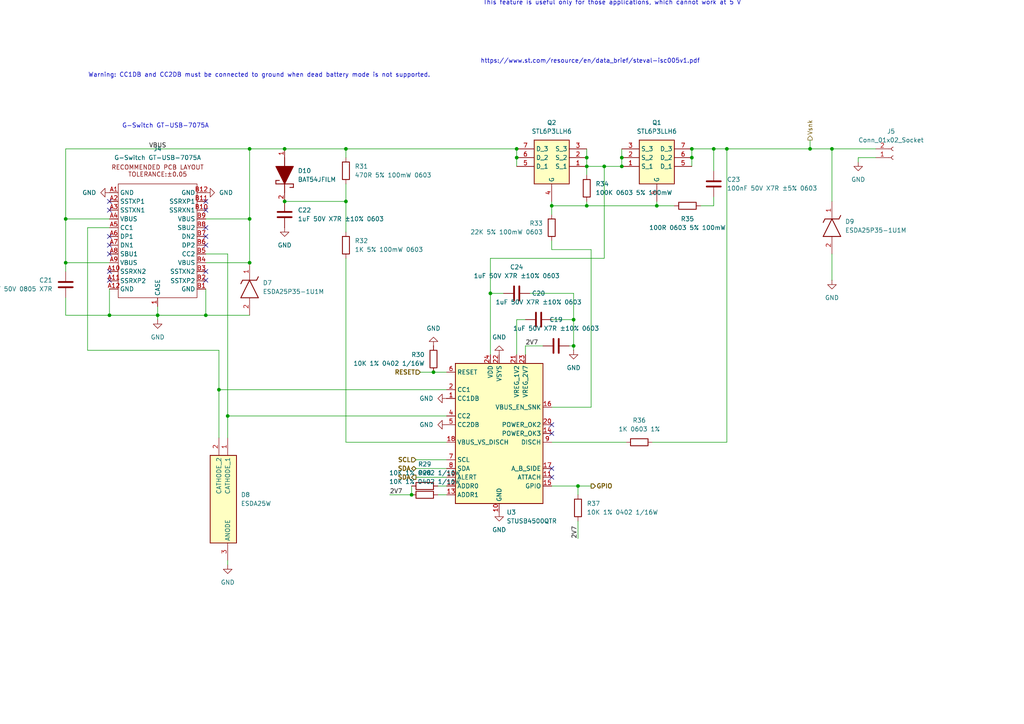
<source format=kicad_sch>
(kicad_sch (version 20250114) (generator "eeschema") (generator_version "9.0")
  (paper "A4")
  (lib_symbols
    (symbol "Connector:Conn_01x02_Socket" (pin_names (offset 1.016) (hide yes))
      (property "Reference" "J" (at 0 2.54 0))
      (property "Value" "Conn_01x02_Socket" (at 0 -5.08 0))
      (symbol "Conn_01x02_Socket_1_1"
        (polyline (pts (xy -1.27 0) (xy -0.508 0)) (stroke (width 0.1524)))
        (polyline (pts (xy -1.27 -2.54) (xy -0.508 -2.54)) (stroke (width 0.1524)))
        (arc (start 0 -0.508) (mid -0.5058 0) (end 0 0.508) (stroke (width 0.1524)))
        (arc (start 0 -3.048) (mid -0.5058 -2.54) (end 0 -2.032) (stroke (width 0.1524)))
        (pin passive line (at -5.08 0 0) (length 3.81) (name "Pin_1") (number "1"))
        (pin passive line (at -5.08 -2.54 0) (length 3.81) (name "Pin_2") (number "2"))
      )
    )
    (symbol "Device:C" (pin_numbers (hide yes)) (pin_names (offset 0.254))
      (property "Reference" "C" (at 0.635 2.54 0))
      (property "Value" "C" (at 0.635 -2.54 0))
      (symbol "C_0_1"
        (polyline (pts (xy -2.032 0.762) (xy 2.032 0.762)) (stroke (width 0.508)))
        (polyline (pts (xy -2.032 -0.762) (xy 2.032 -0.762)) (stroke (width 0.508)))
      )
      (symbol "C_1_1"
        (pin passive line (at 0 3.81 270) (length 2.794) (name "~") (number "1"))
        (pin passive line (at 0 -3.81 90) (length 2.794) (name "~") (number "2"))
      )
    )
    (symbol "Device:R" (pin_numbers (hide yes)) (pin_names (offset 0))
      (property "Reference" "R" (at 2.032 0 90))
      (property "Value" "R" (at 0 0 90))
      (symbol "R_0_1"
        (rectangle (start -1.016 -2.54) (end 1.016 2.54) (stroke (width 0.254)))
      )
      (symbol "R_1_1"
        (pin passive line (at 0 3.81 270) (length 1.27) (name "~") (number "1"))
        (pin passive line (at 0 -3.81 90) (length 1.27) (name "~") (number "2"))
      )
    )
    (symbol "Interface_USB:STUSB4500QTR"
      (property "Reference" "U" (at -12.7 21.59 0))
      (property "Value" "STUSB4500QTR" (at 8.89 -21.59 0))
      (symbol "STUSB4500QTR_0_1"
        (rectangle (start -12.7 20.32) (end 12.7 -20.32) (stroke (width 0.254)) (fill (type background)))
      )
      (symbol "STUSB4500QTR_1_1"
        (pin input line (at -15.24 17.78 0) (length 2.54) (name "RESET") (number "6"))
        (pin bidirectional line (at -15.24 12.7 0) (length 2.54) (name "CC1") (number "2"))
        (pin bidirectional line (at -15.24 10.16 0) (length 2.54) (name "CC1DB") (number "1"))
        (pin bidirectional line (at -15.24 5.08 0) (length 2.54) (name "CC2") (number "4"))
        (pin bidirectional line (at -15.24 2.54 0) (length 2.54) (name "CC2DB") (number "5"))
        (pin input line (at -15.24 -2.54 0) (length 2.54) (name "VBUS_VS_DISCH") (number "18"))
        (pin input line (at -15.24 -7.62 0) (length 2.54) (name "SCL") (number "7"))
        (pin bidirectional line (at -15.24 -10.16 0) (length 2.54) (name "SDA") (number "8"))
        (pin open_collector line (at -15.24 -12.7 0) (length 2.54) (name "ALERT") (number "19"))
        (pin input line (at -15.24 -15.24 0) (length 2.54) (name "ADDR0") (number "12"))
        (pin input line (at -15.24 -17.78 0) (length 2.54) (name "ADDR1") (number "13"))
        (pin no_connect line (at -12.7 15.24 0) (length 2.54) (hide yes) (name "NC") (number "3"))
        (pin power_in line (at -2.54 22.86 270) (length 2.54) (name "VDD") (number "24"))
        (pin power_in line (at 0 22.86 270) (length 2.54) (name "VSYS") (number "22"))
        (pin power_in line (at 0 -22.86 90) (length 2.54) (name "GND") (number "10"))
        (pin passive line (at 0 -22.86 90) (length 2.54) (hide yes) (name "GND") (number "25"))
        (pin power_out line (at 5.08 22.86 270) (length 2.54) (name "VREG_1V2") (number "21"))
        (pin power_out line (at 7.62 22.86 270) (length 2.54) (name "VREG_2V7") (number "23"))
        (pin open_collector line (at 15.24 7.62 180) (length 2.54) (name "VBUS_EN_SNK") (number "16"))
        (pin open_collector line (at 15.24 2.54 180) (length 2.54) (name "POWER_OK2") (number "20"))
        (pin open_collector line (at 15.24 0 180) (length 2.54) (name "POWER_OK3") (number "14"))
        (pin bidirectional line (at 15.24 -2.54 180) (length 2.54) (name "DISCH") (number "9"))
        (pin open_collector line (at 15.24 -10.16 180) (length 2.54) (name "A_B_SIDE") (number "17"))
        (pin open_collector line (at 15.24 -12.7 180) (length 2.54) (name "ATTACH") (number "11"))
        (pin open_collector line (at 15.24 -15.24 180) (length 2.54) (name "GPIO") (number "15"))
      )
    )
    (symbol "STL6P3LLH6_1"
      (property "Reference" "Q" (at 21.59 15.24 0))
      (property "Value" "STL6P3LLH6" (at 21.59 12.7 0))
      (symbol "STL6P3LLH6_1_1_1"
        (rectangle (start -5.08 5.08) (end 5.08 -7.62) (stroke (width 0.254)) (fill (type background)))
        (pin passive line (at -10.16 2.54 0) (length 5.08) (name "D_3") (number "7"))
        (pin passive line (at -10.16 0 0) (length 5.08) (name "D_2") (number "6"))
        (pin passive line (at -10.16 -2.54 0) (length 5.08) (name "D_1") (number "5"))
        (pin passive line (at 0 -12.7 90) (length 5.08) (name "G") (number "4"))
        (pin passive line (at 10.16 2.54 180) (length 5.08) (name "S_3") (number "3"))
        (pin passive line (at 10.16 0 180) (length 5.08) (name "S_2") (number "2"))
        (pin passive line (at 10.16 -2.54 180) (length 5.08) (name "S_1") (number "1"))
      )
    )
    (symbol "SamacSys_Parts:BAT54JFILM" (pin_names (hide yes))
      (property "Reference" "D" (at 12.7 8.89 0))
      (property "Value" "BAT54JFILM" (at 12.7 6.35 0))
      (symbol "BAT54JFILM_1_1"
        (polyline (pts (xy 5.08 0) (xy 7.62 0)) (stroke (width 0.254)))
        (polyline (pts (xy 6.604 -1.524) (xy 6.604 -2.54)) (stroke (width 0.254)))
        (polyline (pts (xy 7.62 2.54) (xy 7.62 -2.54)) (stroke (width 0.254)))
        (polyline (pts (xy 7.62 2.54) (xy 8.636 2.54)) (stroke (width 0.254)))
        (polyline (pts (xy 7.62 0) (xy 12.7 2.54) (xy 12.7 -2.54) (xy 7.62 0)) (stroke (width 0.254)) (fill (type outline)))
        (polyline (pts (xy 7.62 -2.54) (xy 6.604 -2.54)) (stroke (width 0.254)))
        (polyline (pts (xy 8.636 1.524) (xy 8.636 2.54)) (stroke (width 0.254)))
        (polyline (pts (xy 12.7 0) (xy 15.24 0)) (stroke (width 0.254)))
        (pin passive line (at 2.54 0 0) (length 2.54) (name "K") (number "2"))
        (pin passive line (at 17.78 0 180) (length 2.54) (name "A") (number "1"))
      )
    )
    (symbol "SamacSys_Parts:ESDA25P35-1U1M" (pin_names (hide yes))
      (property "Reference" "D" (at 10.16 8.89 0))
      (property "Value" "ESDA25P35-1U1M" (at 10.16 6.35 0))
      (symbol "ESDA25P35-1U1M_1_1"
        (polyline (pts (xy 4.064 2.54) (xy 5.08 2.032)) (stroke (width 0.254)))
        (polyline (pts (xy 5.08 0) (xy 10.16 2.54)) (stroke (width 0.254)))
        (polyline (pts (xy 5.08 -2.032) (xy 5.08 2.032)) (stroke (width 0.254)))
        (polyline (pts (xy 5.08 -2.032) (xy 6.096 -2.54)) (stroke (width 0.254)))
        (polyline (pts (xy 10.16 -2.54) (xy 5.08 0)) (stroke (width 0.254)))
        (polyline (pts (xy 10.16 -2.54) (xy 10.16 2.54)) (stroke (width 0.254)))
        (pin passive line (at 0 0 0) (length 5.08) (name "K") (number "1"))
        (pin passive line (at 15.24 0 180) (length 5.08) (name "A") (number "2"))
      )
    )
    (symbol "SamacSys_Parts:ESDA25W"
      (property "Reference" "D" (at 31.75 7.62 0))
      (property "Value" "ESDA25W" (at 31.75 5.08 0))
      (symbol "ESDA25W_1_1"
        (rectangle (start 5.08 2.54) (end 30.48 -5.08) (stroke (width 0.254)) (fill (type background)))
        (pin passive line (at 0 0 0) (length 5.08) (name "CATHODE_1") (number "1"))
        (pin passive line (at 0 -2.54 0) (length 5.08) (name "CATHODE_2") (number "2"))
        (pin passive line (at 35.56 0 180) (length 5.08) (name "ANODE") (number "3"))
      )
    )
    (symbol "USB_C:G-Switch_GT-USB-7075A"
      (property "Reference" "J" (at 0 0 0))
      (symbol "G-Switch_GT-USB-7075A_0_1"
        (rectangle (start -11.43 16.51) (end 11.43 -16.51))
      )
      (symbol "G-Switch_GT-USB-7075A_1_1"
        (text "RECOMMENDED PCB LAYOUT\nTOLERANCE:±0.05" (at 0 20.32 0) (effects (font (size 1.27 1.27))))
        (pin input line (at -13.97 13.97 0) (length 2.54) (name "GND") (number "A1"))
        (pin input line (at -13.97 11.43 0) (length 2.54) (name "SSTXP1") (number "A2"))
        (pin input line (at -13.97 8.89 0) (length 2.54) (name "SSTXN1") (number "A3"))
        (pin input line (at -13.97 6.35 0) (length 2.54) (name "VBUS") (number "A4"))
        (pin input line (at -13.97 3.81 0) (length 2.54) (name "CC1") (number "A5"))
        (pin input line (at -13.97 1.27 0) (length 2.54) (name "DP1") (number "A6"))
        (pin input line (at -13.97 -1.27 0) (length 2.54) (name "DN1") (number "A7"))
        (pin input line (at -13.97 -3.81 0) (length 2.54) (name "SBU1") (number "A8"))
        (pin input line (at -13.97 -6.35 0) (length 2.54) (name "VBUS") (number "A9"))
        (pin input line (at -13.97 -8.89 0) (length 2.54) (name "SSRXN2") (number "A10"))
        (pin input line (at -13.97 -11.6029 0) (length 2.54) (name "SSRXP2") (number "A11"))
        (pin input line (at -13.97 -13.97 0) (length 2.54) (name "GND") (number "A12"))
        (pin input line (at 0 -19.05 90) (length 2.54) (name "CASE") (number "1"))
        (pin input line (at 13.97 13.97 180) (length 2.54) (name "GND") (number "B12"))
        (pin input line (at 13.97 11.43 180) (length 2.54) (name "SSRXP1") (number "B11"))
        (pin input line (at 13.97 8.89 180) (length 2.54) (name "SSRXN1") (number "B10"))
        (pin input line (at 13.97 6.35 180) (length 2.54) (name "VBUS") (number "B9"))
        (pin input line (at 13.97 3.81 180) (length 2.54) (name "SBU2") (number "B8"))
        (pin input line (at 13.97 1.27 180) (length 2.54) (name "DN2") (number "B7"))
        (pin input line (at 13.97 -1.27 180) (length 2.54) (name "DP2") (number "B6"))
        (pin input line (at 13.97 -3.81 180) (length 2.54) (name "CC2") (number "B5"))
        (pin input line (at 13.97 -6.35 180) (length 2.54) (name "VBUS") (number "B4"))
        (pin input line (at 13.97 -8.89 180) (length 2.54) (name "SSTXN2") (number "B3"))
        (pin input line (at 13.97 -11.6029 180) (length 2.54) (name "SSTXP2") (number "B2"))
        (pin input line (at 13.97 -13.97 180) (length 2.54) (name "GND") (number "B1"))
      )
    )
    (symbol "power:GND" (power) (pin_numbers (hide yes)) (pin_names (offset 0) (hide yes))
      (property "Value" "GND" (at 0 -3.81 0))
      (symbol "GND_0_1"
        (polyline (pts (xy 0 0) (xy 0 -1.27) (xy 1.27 -1.27) (xy 0 -2.54) (xy -1.27 -1.27) (xy 0 -1.27)))
      )
      (symbol "GND_1_1"
        (pin power_in line (at 0 0 270) (length 0) (name "~") (number "1"))
      )
    )
  )
  (text "https://www.st.com/resource/en/data_brief/steval-isc005v1.pdf" (at 171.196 17.78 0) (effects (font (size 1.27 1.27))))
  (text "Warning: CC1DB and CC2DB must be connected to ground when dead battery mode is not supported." (at 75.184 21.844 0) (effects (font (size 1.27 1.27))))
  (text "Powering a system under high charging profile only\nThe STUSB4500 can be configured to allow the VBUS power path to be enabled by VBUS_EN_SNK pin only\nwhen a high power charging profile above 5 V has been negotiated (PDO2 or PDO3) with the source (see\nSection 3.3 Auto-run mode).\nThis feature can be turned on thanks to NVM bit POWER_ONLY_ABOVE_5V (see Section 5 Start-up\nconfiguration). When the bit value is set to logic level high, the VBUS_EN_SNK pin is asserted only when a\nPDO2 or PDO3 explicit contract is established with the source (see Section 2.2.10 VBUS_EN_SNK).\nIn case of mismatch, the VBUS power path remains open while the source provides 5 V on the USB Type-C\nreceptacle. The source and the sink stay electrically connected through the CC pins. Thus, when the source is\nable later to provide power capabilities corresponding to those expected by the sink, a new negotiation is again\npossible upon the source request. If the PDO negotiation succeeds, the VBUS_EN_SNK pin is asserted, which\nallows the system to be powered at the negotiated PDO profile.\nThis feature is useful only for those applications, which cannot work at 5 V" (at 177.546 -11.43 0) (effects (font (size 1.27 1.27))))
  (text "G-Switch GT-USB-7075A" (at 48.006 36.576 0) (effects (font (size 1.27 1.27))))
  (junction (at 200.66 43.18))
  (junction (at 166.37 100.33))
  (junction (at 149.86 43.18))
  (junction (at 241.3 43.18))
  (junction (at 59.69 91.44))
  (junction (at 207.01 43.18))
  (junction (at 142.24 85.09))
  (junction (at 167.64 140.97))
  (junction (at 170.18 59.69))
  (junction (at 100.33 58.42))
  (junction (at 170.18 48.26))
  (junction (at 72.39 43.18))
  (junction (at 180.34 48.26))
  (junction (at 190.5 59.69))
  (junction (at 200.66 45.72))
  (junction (at 234.95 43.18))
  (junction (at 19.05 63.5))
  (junction (at 149.86 45.72))
  (junction (at 31.75 91.44))
  (junction (at 19.05 76.2))
  (junction (at 166.37 92.71))
  (junction (at 72.39 63.5))
  (junction (at 210.82 43.18))
  (junction (at 82.55 58.42))
  (junction (at 63.5 113.03))
  (junction (at 72.39 76.2))
  (junction (at 170.18 45.72))
  (junction (at 45.72 91.44))
  (junction (at 160.02 59.69))
  (junction (at 66.04 120.65))
  (junction (at 119.38 143.51))
  (junction (at 180.34 45.72))
  (junction (at 175.26 48.26))
  (junction (at 82.55 43.18))
  (junction (at 125.73 107.95))
  (junction (at 100.33 43.18))
  (no_connect (at 59.69 58.42))
  (no_connect (at 59.69 81.28))
  (no_connect (at 31.75 58.42))
  (no_connect (at 160.02 125.73))
  (no_connect (at 31.75 68.58))
  (no_connect (at 160.02 123.19))
  (no_connect (at 59.69 66.04))
  (no_connect (at 160.02 138.43))
  (no_connect (at 59.69 71.12))
  (no_connect (at 31.75 60.96))
  (no_connect (at 59.69 68.58))
  (no_connect (at 31.75 73.66))
  (no_connect (at 31.75 71.12))
  (no_connect (at 160.02 135.89))
  (no_connect (at 31.75 81.28))
  (no_connect (at 31.75 78.74))
  (no_connect (at 59.69 60.96))
  (no_connect (at 59.69 78.74))
  (wire (pts (xy 127 140.97) (xy 129.54 140.97)))
  (wire (pts (xy 120.65 138.43) (xy 129.54 138.43)))
  (wire (pts (xy 166.37 101.6) (xy 166.37 100.33)))
  (wire (pts (xy 160.02 118.11) (xy 171.45 118.11)))
  (wire (pts (xy 175.26 48.26) (xy 170.18 48.26)))
  (wire (pts (xy 45.72 91.44) (xy 31.75 91.44)))
  (wire (pts (xy 63.5 127) (xy 63.5 113.03)))
  (wire (pts (xy 200.66 43.18) (xy 207.01 43.18)))
  (wire (pts (xy 200.66 45.72) (xy 200.66 48.26)))
  (wire (pts (xy 125.73 107.95) (xy 129.54 107.95)))
  (wire (pts (xy 175.26 74.93) (xy 142.24 74.93)))
  (wire (pts (xy 170.18 59.69) (xy 160.02 59.69)))
  (wire (pts (xy 113.03 143.51) (xy 119.38 143.51)))
  (wire (pts (xy 100.33 128.27) (xy 100.33 74.93)))
  (wire (pts (xy 207.01 59.69) (xy 203.2 59.69)))
  (wire (pts (xy 66.04 73.66) (xy 59.69 73.66)))
  (wire (pts (xy 175.26 48.26) (xy 180.34 48.26)))
  (wire (pts (xy 166.37 100.33) (xy 165.1 100.33)))
  (wire (pts (xy 190.5 59.69) (xy 190.5 58.42)))
  (wire (pts (xy 72.39 43.18) (xy 82.55 43.18)))
  (wire (pts (xy 170.18 58.42) (xy 170.18 59.69)))
  (wire (pts (xy 171.45 72.39) (xy 160.02 72.39)))
  (wire (pts (xy 63.5 101.6) (xy 63.5 113.03)))
  (wire (pts (xy 120.65 133.35) (xy 129.54 133.35)))
  (wire (pts (xy 59.69 91.44) (xy 45.72 91.44)))
  (wire (pts (xy 72.39 63.5) (xy 72.39 76.2)))
  (wire (pts (xy 241.3 81.28) (xy 241.3 73.66)))
  (wire (pts (xy 180.34 43.18) (xy 180.34 45.72)))
  (wire (pts (xy 120.65 135.89) (xy 129.54 135.89)))
  (wire (pts (xy 72.39 43.18) (xy 72.39 63.5)))
  (wire (pts (xy 171.45 118.11) (xy 171.45 72.39)))
  (wire (pts (xy 207.01 43.18) (xy 207.01 49.53)))
  (wire (pts (xy 129.54 128.27) (xy 100.33 128.27)))
  (wire (pts (xy 160.02 92.71) (xy 166.37 92.71)))
  (wire (pts (xy 200.66 43.18) (xy 200.66 45.72)))
  (wire (pts (xy 59.69 76.2) (xy 72.39 76.2)))
  (wire (pts (xy 175.26 48.26) (xy 175.26 74.93)))
  (wire (pts (xy 31.75 83.82) (xy 31.75 91.44)))
  (wire (pts (xy 45.72 92.71) (xy 45.72 91.44)))
  (wire (pts (xy 180.34 45.72) (xy 180.34 48.26)))
  (wire (pts (xy 149.86 48.26) (xy 149.86 45.72)))
  (wire (pts (xy 63.5 101.6) (xy 25.4 101.6)))
  (wire (pts (xy 25.4 66.04) (xy 31.75 66.04)))
  (wire (pts (xy 241.3 43.18) (xy 254 43.18)))
  (wire (pts (xy 160.02 62.23) (xy 160.02 59.69)))
  (wire (pts (xy 248.92 45.72) (xy 254 45.72)))
  (wire (pts (xy 152.4 100.33) (xy 157.48 100.33)))
  (wire (pts (xy 66.04 127) (xy 66.04 120.65)))
  (wire (pts (xy 25.4 101.6) (xy 25.4 66.04)))
  (wire (pts (xy 59.69 91.44) (xy 72.39 91.44)))
  (wire (pts (xy 160.02 128.27) (xy 181.61 128.27)))
  (wire (pts (xy 207.01 57.15) (xy 207.01 59.69)))
  (wire (pts (xy 170.18 48.26) (xy 170.18 50.8)))
  (wire (pts (xy 100.33 43.18) (xy 149.86 43.18)))
  (wire (pts (xy 248.92 46.99) (xy 248.92 45.72)))
  (wire (pts (xy 119.38 140.97) (xy 119.38 143.51)))
  (wire (pts (xy 142.24 85.09) (xy 146.05 85.09)))
  (wire (pts (xy 82.55 43.18) (xy 100.33 43.18)))
  (wire (pts (xy 241.3 58.42) (xy 241.3 43.18)))
  (wire (pts (xy 149.86 92.71) (xy 152.4 92.71)))
  (wire (pts (xy 19.05 43.18) (xy 19.05 63.5)))
  (wire (pts (xy 19.05 91.44) (xy 31.75 91.44)))
  (wire (pts (xy 19.05 86.36) (xy 19.05 91.44)))
  (wire (pts (xy 45.72 91.44) (xy 45.72 88.9)))
  (wire (pts (xy 100.33 53.34) (xy 100.33 58.42)))
  (wire (pts (xy 160.02 58.42) (xy 160.02 59.69)))
  (wire (pts (xy 234.95 43.18) (xy 241.3 43.18)))
  (wire (pts (xy 166.37 85.09) (xy 153.67 85.09)))
  (wire (pts (xy 142.24 74.93) (xy 142.24 85.09)))
  (wire (pts (xy 66.04 163.83) (xy 66.04 162.56)))
  (wire (pts (xy 31.75 63.5) (xy 19.05 63.5)))
  (wire (pts (xy 170.18 45.72) (xy 170.18 48.26)))
  (wire (pts (xy 59.69 63.5) (xy 72.39 63.5)))
  (wire (pts (xy 59.69 83.82) (xy 59.69 91.44)))
  (wire (pts (xy 100.33 67.31) (xy 100.33 58.42)))
  (wire (pts (xy 19.05 76.2) (xy 19.05 78.74)))
  (wire (pts (xy 19.05 43.18) (xy 72.39 43.18)))
  (wire (pts (xy 190.5 59.69) (xy 195.58 59.69)))
  (wire (pts (xy 149.86 45.72) (xy 149.86 43.18)))
  (wire (pts (xy 167.64 140.97) (xy 171.45 140.97)))
  (wire (pts (xy 129.54 120.65) (xy 66.04 120.65)))
  (wire (pts (xy 121.92 107.95) (xy 125.73 107.95)))
  (wire (pts (xy 166.37 85.09) (xy 166.37 92.71)))
  (wire (pts (xy 207.01 43.18) (xy 210.82 43.18)))
  (wire (pts (xy 210.82 43.18) (xy 234.95 43.18)))
  (wire (pts (xy 160.02 140.97) (xy 167.64 140.97)))
  (wire (pts (xy 142.24 85.09) (xy 142.24 102.87)))
  (wire (pts (xy 234.95 40.64) (xy 234.95 43.18)))
  (wire (pts (xy 170.18 59.69) (xy 190.5 59.69)))
  (wire (pts (xy 19.05 63.5) (xy 19.05 76.2)))
  (wire (pts (xy 210.82 128.27) (xy 210.82 43.18)))
  (wire (pts (xy 31.75 76.2) (xy 19.05 76.2)))
  (wire (pts (xy 149.86 102.87) (xy 149.86 92.71)))
  (wire (pts (xy 82.55 58.42) (xy 100.33 58.42)))
  (wire (pts (xy 129.54 113.03) (xy 63.5 113.03)))
  (wire (pts (xy 66.04 73.66) (xy 66.04 120.65)))
  (wire (pts (xy 170.18 43.18) (xy 170.18 45.72)))
  (wire (pts (xy 167.64 151.13) (xy 167.64 156.21)))
  (wire (pts (xy 152.4 100.33) (xy 152.4 102.87)))
  (wire (pts (xy 100.33 43.18) (xy 100.33 45.72)))
  (wire (pts (xy 167.64 143.51) (xy 167.64 140.97)))
  (wire (pts (xy 189.23 128.27) (xy 210.82 128.27)))
  (wire (pts (xy 160.02 72.39) (xy 160.02 69.85)))
  (wire (pts (xy 127 143.51) (xy 129.54 143.51)))
  (wire (pts (xy 166.37 92.71) (xy 166.37 100.33)))
  (label "2V7" (at 113.03 143.51 0) (effects (font (thickness 0.1588))))
  (label "2V7" (at 152.4 100.33 0) (effects (font (thickness 0.1588))))
  (label "VBUS" (at 43.18 43.18 0) (effects (font (thickness 0.1588))))
  (label "2V7" (at 167.64 156.21 90) (effects (font (thickness 0.1588))))
  (hierarchical_label "SCL" (shape input) (at 120.65 133.35 180) (effects (font (thickness 0.254) (bold yes))))
  (hierarchical_label "SDA" (shape bidirectional) (at 120.65 135.89 180) (effects (font (thickness 0.254) (bold yes))))
  (hierarchical_label "GPIO" (shape output) (at 171.45 140.97 0) (effects (font (thickness 0.254) (bold yes))))
  (hierarchical_label "RESET" (shape input) (at 121.92 107.95 180) (effects (font (thickness 0.254) (bold yes))))
  (hierarchical_label "SDA" (shape output) (at 120.65 138.43 180) (effects (font (thickness 0.254) (bold yes))))
  (hierarchical_label "Vsnk" (shape output) (at 234.95 40.64 90))
  (symbol (lib_id "Interface_USB:STUSB4500QTR") (at 144.78 125.73 0) (unit 1)
    (property "Reference" "U3" (at 146.9233 148.59 0) (effects (justify left)))
    (property "Value" "STUSB4500QTR" (at 146.9233 151.13 0) (effects (justify left)))
    (property "Footprint" "Package_DFN_QFN:QFN-24-1EP_4x4mm_P0.5mm_EP2.7x2.7mm" (effects (hide yes)))
    (property "Datasheet" "https://www.st.com/resource/en/datasheet/stusb4500.pdf" (effects (hide yes)))
    (property "Description" "Stand-alone USB PD controller (with sink Auto-run mode), QFN-24" (effects (hide yes)))
  )
  (symbol (lib_id "Device:C") (at 149.86 85.09 270) (unit 1)
    (property "Reference" "C24" (at 149.86 77.47 90))
    (property "Value" "1uF 50V X7R ±10% 0603" (at 149.86 80.01 90))
    (property "Footprint" "Capacitor_SMD:C_0603_1608Metric_Pad1.08x0.95mm_HandSolder" (effects (hide yes)))
    (property "Description" "Unpolarized capacitor" (effects (hide yes)))
    (property "MPN" "CC0603KRX7R9BB105" (effects (hide yes)))
    (property "Manifacturer" "YAGEO" (effects (hide yes)))
  )
  (symbol (lib_id "power:GND") (at 82.55 66.04 0) (unit 1)
    (property "Reference" "#PWR069" (effects (hide yes)))
    (property "Value" "GND" (at 82.55 71.12 0))
    (property "Description" "Power symbol creates a global label with name \"GND\" , ground" (effects (hide yes)))
  )
  (symbol (lib_id "Device:R") (at 170.18 54.61 0) (unit 1)
    (property "Reference" "R34" (at 172.72 53.3399 0) (effects (justify left)))
    (property "Value" "100K 0603 5% 100mW" (at 172.72 55.8799 0) (effects (justify left)))
    (property "Description" "Resistor" (effects (hide yes)))
    (property "MPN" "RC0603JR-07100KL" (effects (hide yes)))
    (property "Manufacturer" "YAGEO" (effects (hide yes)))
  )
  (symbol (lib_id "Device:R") (at 167.64 147.32 0) (unit 1)
    (property "Reference" "R37" (at 170.18 146.0499 0) (effects (justify left)))
    (property "Value" "10K 1% 0402 1/16W" (at 170.18 148.5899 0) (effects (justify left)))
    (property "Footprint" "Resistor_SMD:R_0402_1005Metric_Pad0.72x0.64mm_HandSolder" (effects (hide yes)))
    (property "Description" "Resistor" (effects (hide yes)))
    (property "MPN" "RC0402FR-0710KL" (effects (hide yes)))
    (property "Manufacturer" "YAGEO" (effects (hide yes)))
  )
  (symbol (lib_id "power:GND") (at 31.75 55.88 270) (unit 1)
    (property "Reference" "#PWR066" (effects (hide yes)))
    (property "Value" "GND" (at 27.94 55.8799 90) (effects (justify right)))
    (property "Description" "Power symbol creates a global label with name \"GND\" , ground" (effects (hide yes)))
  )
  (symbol (lib_id "power:GND") (at 248.92 46.99 0) (unit 1)
    (property "Reference" "#PWR065" (effects (hide yes)))
    (property "Value" "GND" (at 248.92 52.07 0))
    (property "Description" "Power symbol creates a global label with name \"GND\" , ground" (effects (hide yes)))
  )
  (symbol (lib_id "Device:C") (at 19.05 82.55 0) (unit 1)
    (property "Reference" "C21" (at 15.24 81.2799 0) (effects (justify right)))
    (property "Value" "4u7 50V 0805 X7R" (at 15.24 83.8199 0) (effects (justify right)))
    (property "Footprint" "Capacitor_SMD:C_0805_2012Metric_Pad1.18x1.45mm_HandSolder" (effects (hide yes)))
    (property "Description" "Unpolarized capacitor" (effects (hide yes)))
    (property "MPN" "muRata" (effects (hide yes)))
    (property "Manufacturer" "GRM21BZ71H475KE15L" (effects (hide yes)))
  )
  (symbol (lib_name "STL6P3LLH6_1") (lib_id "SamacSys_Parts:STL6P3LLH6") (at 190.5 45.72 0) (mirror y) (unit 1)
    (property "Reference" "Q1" (at 190.5 35.56 0))
    (property "Value" "STL6P3LLH6" (at 190.5 38.1 0))
    (property "Footprint" "STL8N10F7" (effects (hide yes)))
    (property "Datasheet" "https://www.st.com/resource/en/datasheet/stl6p3llh6.pdf" (effects (hide yes)))
    (property "Description" "MOSFET P-channel 30 V, 0.024 Ohm typ., 6 A STripFET H6 Power MOSFET in a PowerFLAT 3.3 x 3.3 package" (effects (hide yes)))
    (property "Height" "0.9" (effects (hide yes)))
    (property "Manufacturer_Name" "STMicroelectronics" (effects (hide yes)))
    (property "Manufacturer_Part_Number" "STL6P3LLH6" (effects (hide yes)))
    (property "Mouser Part Number" "511-STL6P3LLH6" (effects (hide yes)))
    (property "Mouser Price/Stock" "https://www.mouser.co.uk/ProductDetail/STMicroelectronics/STL6P3LLH6?qs=DqCdCwOw4%2F6Sn4l3cEaG7Q%3D%3D" (effects (hide yes)))
    (property "Arrow Part Number" "STL6P3LLH6" (effects (hide yes)))
    (property "Arrow Price/Stock" "https://www.arrow.com/en/products/stl6p3llh6/stmicroelectronics?utm_currency=USD&region=nac" (effects (hide yes)))
  )
  (symbol (lib_id "power:GND") (at 125.73 100.33 180) (unit 1)
    (property "Reference" "#PWR062" (effects (hide yes)))
    (property "Value" "GND" (at 125.73 95.25 0))
    (property "Description" "Power symbol creates a global label with name \"GND\" , ground" (effects (hide yes)))
  )
  (symbol (lib_id "USB_C:G-Switch_GT-USB-7075A") (at 45.72 69.85 0) (unit 1)
    (property "Reference" "J4" (at 45.72 43.18 0))
    (property "Value" "G-Switch GT-USB-7075A" (at 45.72 45.72 0))
    (property "Footprint" "USB_C:G-Switch GT-USB-7075A" (effects (hide yes)))
  )
  (symbol (lib_id "Device:R") (at 123.19 143.51 270) (unit 1)
    (property "Reference" "R28" (at 123.19 137.16 90))
    (property "Value" "10K 1% 0402 1/16W" (at 123.19 139.7 90))
    (property "Footprint" "Resistor_SMD:R_0402_1005Metric_Pad0.72x0.64mm_HandSolder" (effects (hide yes)))
    (property "Description" "Resistor" (effects (hide yes)))
    (property "MPN" "RC0402FR-0710KL" (effects (hide yes)))
    (property "Manufacturer" "YAGEO" (effects (hide yes)))
  )
  (symbol (lib_id "Device:C") (at 161.29 100.33 270) (unit 1)
    (property "Reference" "C19" (at 161.29 92.71 90))
    (property "Value" "1uF 50V X7R ±10% 0603" (at 161.29 95.25 90))
    (property "Footprint" "Capacitor_SMD:C_0603_1608Metric_Pad1.08x0.95mm_HandSolder" (effects (hide yes)))
    (property "Description" "Unpolarized capacitor" (effects (hide yes)))
    (property "MPN" "CC0603KRX7R9BB105" (effects (hide yes)))
    (property "Manifacturer" "YAGEO" (effects (hide yes)))
  )
  (symbol (lib_id "power:GND") (at 241.3 81.28 0) (unit 1)
    (property "Reference" "#PWR068" (effects (hide yes)))
    (property "Value" "GND" (at 241.3 86.36 0))
    (property "Description" "Power symbol creates a global label with name \"GND\" , ground" (effects (hide yes)))
  )
  (symbol (lib_id "Device:C") (at 156.21 92.71 270) (unit 1)
    (property "Reference" "C20" (at 156.21 85.09 90))
    (property "Value" "1uF 50V X7R ±10% 0603" (at 156.21 87.63 90))
    (property "Footprint" "Capacitor_SMD:C_0603_1608Metric_Pad1.08x0.95mm_HandSolder" (effects (hide yes)))
    (property "Description" "Unpolarized capacitor" (effects (hide yes)))
    (property "MPN" "CC0603KRX7R9BB105" (effects (hide yes)))
    (property "Manifacturer" "YAGEO" (effects (hide yes)))
  )
  (symbol (lib_name "STL6P3LLH6_1") (lib_id "SamacSys_Parts:STL6P3LLH6") (at 160.02 45.72 0) (unit 1)
    (property "Reference" "Q2" (at 160.02 35.56 0))
    (property "Value" "STL6P3LLH6" (at 160.02 38.1 0))
    (property "Footprint" "STL8N10F7" (effects (hide yes)))
    (property "Datasheet" "https://www.st.com/resource/en/datasheet/stl6p3llh6.pdf" (effects (hide yes)))
    (property "Description" "MOSFET P-channel 30 V, 0.024 Ohm typ., 6 A STripFET H6 Power MOSFET in a PowerFLAT 3.3 x 3.3 package" (effects (hide yes)))
    (property "Height" "0.9" (effects (hide yes)))
    (property "Manufacturer_Name" "STMicroelectronics" (effects (hide yes)))
    (property "Manufacturer_Part_Number" "STL6P3LLH6" (effects (hide yes)))
    (property "Mouser Part Number" "511-STL6P3LLH6" (effects (hide yes)))
    (property "Mouser Price/Stock" "https://www.mouser.co.uk/ProductDetail/STMicroelectronics/STL6P3LLH6?qs=DqCdCwOw4%2F6Sn4l3cEaG7Q%3D%3D" (effects (hide yes)))
    (property "Arrow Part Number" "STL6P3LLH6" (effects (hide yes)))
    (property "Arrow Price/Stock" "https://www.arrow.com/en/products/stl6p3llh6/stmicroelectronics?utm_currency=USD&region=nac" (effects (hide yes)))
  )
  (symbol (lib_id "SamacSys_Parts:ESDA25P35-1U1M") (at 72.39 76.2 270) (unit 1)
    (property "Reference" "D7" (at 76.2 82.0419 90) (effects (justify left)))
    (property "Value" "ESDA25P35-1U1M" (at 76.2 84.5819 90) (effects (justify left)))
    (property "Footprint" "SamacSys_Parts:ESDA25P351U1M" (effects (hide yes)))
    (property "Datasheet" "https://www.st.com/resource/en/datasheet/esda20p50-1u1m.pdf" (effects (hide yes)))
    (property "Description" "STMicroelectronics ESDA25P35-1U1M, Uni-Directional TVS Diode, 1400W, 2-Pin QFN" (effects (hide yes)))
    (property "Height" "0.6" (effects (hide yes)))
    (property "Manufacturer_Name" "STMicroelectronics" (effects (hide yes)))
    (property "Manufacturer_Part_Number" "ESDA25P35-1U1M" (effects (hide yes)))
    (property "Mouser Part Number" "511-ESDA25P35-1U1M" (effects (hide yes)))
    (property "Mouser Price/Stock" "https://www.mouser.co.uk/ProductDetail/STMicroelectronics/ESDA25P35-1U1M?qs=aVyJF2WnouQUWqgNP85ZrA%3D%3D" (effects (hide yes)))
    (property "Arrow Part Number" "ESDA25P35-1U1M" (effects (hide yes)))
    (property "Arrow Price/Stock" "https://www.arrow.com/en/products/esda25p35-1u1m/stmicroelectronics?utm_currency=USD&region=europe" (effects (hide yes)))
  )
  (symbol (lib_id "power:GND") (at 45.72 92.71 0) (unit 1)
    (property "Reference" "#PWR067" (effects (hide yes)))
    (property "Value" "GND" (at 45.72 97.79 0))
    (property "Description" "Power symbol creates a global label with name \"GND\" , ground" (effects (hide yes)))
  )
  (symbol (lib_id "power:GND") (at 144.78 148.59 0) (unit 1)
    (property "Reference" "#PWR057" (effects (hide yes)))
    (property "Value" "GND" (at 144.78 153.67 0))
    (property "Description" "Power symbol creates a global label with name \"GND\" , ground" (effects (hide yes)))
  )
  (symbol (lib_id "Device:C") (at 82.55 62.23 180) (unit 1)
    (property "Reference" "C22" (at 86.36 60.9599 0) (effects (justify right)))
    (property "Value" "1uF 50V X7R ±10% 0603" (at 86.36 63.4999 0) (effects (justify right)))
    (property "Footprint" "Capacitor_SMD:C_0603_1608Metric_Pad1.08x0.95mm_HandSolder" (effects (hide yes)))
    (property "Description" "Unpolarized capacitor" (effects (hide yes)))
    (property "MPN" "CC0603KRX7R9BB105" (effects (hide yes)))
    (property "Manifacturer" "YAGEO" (effects (hide yes)))
  )
  (symbol (lib_id "SamacSys_Parts:ESDA25W") (at 66.04 127 270) (unit 1)
    (property "Reference" "D8" (at 69.85 143.5099 90) (effects (justify left)))
    (property "Value" "ESDA25W" (at 69.85 146.0499 90) (effects (justify left)))
    (property "Footprint" "SOT65P210X110-3N" (effects (hide yes)))
    (property "Datasheet" "https://www.st.com/resource/en/datasheet/esdaxxxwx.pdf" (effects (hide yes)))
    (property "Description" "STMicroelectronics ESDA25W Dual Uni-Directional TVS Diode Array, 400W peak, 3-Pin SOT-323" (effects (hide yes)))
    (property "Height" "1.1" (effects (hide yes)))
    (property "Manufacturer_Name" "STMicroelectronics" (effects (hide yes)))
    (property "Manufacturer_Part_Number" "ESDA25W" (effects (hide yes)))
    (property "Mouser Part Number" "511-ESDA25W" (effects (hide yes)))
    (property "Mouser Price/Stock" "https://www.mouser.co.uk/ProductDetail/STMicroelectronics/ESDA25W?qs=f9uBznyCLhbO4Du0O%2FZtlA%3D%3D" (effects (hide yes)))
    (property "Arrow Part Number" "ESDA25W" (effects (hide yes)))
    (property "Arrow Price/Stock" "https://www.arrow.com/en/products/esda25w/stmicroelectronics?utm_currency=USD&region=europe" (effects (hide yes)))
  )
  (symbol (lib_id "Device:C") (at 207.01 53.34 0) (unit 1)
    (property "Reference" "C23" (at 210.82 52.0699 0) (effects (justify left)))
    (property "Value" "100nF 50V X7R ±5% 0603" (at 210.82 54.6099 0) (effects (justify left)))
    (property "Footprint" "Capacitor_SMD:C_0603_1608Metric_Pad1.08x0.95mm_HandSolder" (effects (hide yes)))
    (property "Description" "Unpolarized capacitor" (effects (hide yes)))
    (property "MPN" "CC0603JRX7R9BB104" (effects (hide yes)))
    (property "Manifacturer" "YAGEO" (effects (hide yes)))
  )
  (symbol (lib_id "power:GND") (at 129.54 123.19 270) (unit 1)
    (property "Reference" "#PWR055" (effects (hide yes)))
    (property "Value" "GND" (at 125.73 123.1899 90) (effects (justify right)))
    (property "Description" "Power symbol creates a global label with name \"GND\" , ground" (effects (hide yes)))
  )
  (symbol (lib_id "Device:R") (at 123.19 140.97 270) (unit 1)
    (property "Reference" "R29" (at 123.19 134.62 90))
    (property "Value" "10K 1% 0402 1/16W" (at 123.19 137.16 90))
    (property "Footprint" "Resistor_SMD:R_0402_1005Metric_Pad0.72x0.64mm_HandSolder" (effects (hide yes)))
    (property "Description" "Resistor" (effects (hide yes)))
    (property "MPN" "RC0402FR-0710KL" (effects (hide yes)))
    (property "Manufacturer" "YAGEO" (effects (hide yes)))
  )
  (symbol (lib_id "SamacSys_Parts:BAT54JFILM") (at 82.55 60.96 90) (unit 1)
    (property "Reference" "D10" (at 86.36 49.5299 90) (effects (justify right)))
    (property "Value" "BAT54JFILM" (at 86.36 52.0699 90) (effects (justify right)))
    (property "Footprint" "SOD2513X117N" (effects (hide yes)))
    (property "Datasheet" "https://www.st.com/resource/en/datasheet/bat54.pdf" (effects (hide yes)))
    (property "Description" "STMicroelectronics BAT54JFILM, SMT Schottky Small Signal Diode, 40V 300mA, 5ns, 2-Pin SOD-323" (effects (hide yes)))
    (property "Height" "1.17" (effects (hide yes)))
    (property "Manufacturer_Name" "STMicroelectronics" (effects (hide yes)))
    (property "Manufacturer_Part_Number" "BAT54JFILM" (effects (hide yes)))
    (property "Mouser Part Number" "511-BAT54JFILM" (effects (hide yes)))
    (property "Mouser Price/Stock" "https://www.mouser.co.uk/ProductDetail/STMicroelectronics/BAT54JFILM?qs=iux7VCIsw51N9WI%2FM0S0Rw%3D%3D" (effects (hide yes)))
    (property "Arrow Part Number" "BAT54JFILM" (effects (hide yes)))
    (property "Arrow Price/Stock" "https://www.arrow.com/en/products/bat54jfilm/stmicroelectronics?utm_currency=USD&region=europe" (effects (hide yes)))
  )
  (symbol (lib_id "power:GND") (at 166.37 101.6 0) (unit 1)
    (property "Reference" "#PWR059" (effects (hide yes)))
    (property "Value" "GND" (at 166.37 106.68 0))
    (property "Description" "Power symbol creates a global label with name \"GND\" , ground" (effects (hide yes)))
  )
  (symbol (lib_id "Device:R") (at 185.42 128.27 90) (unit 1)
    (property "Reference" "R36" (at 185.42 121.92 90))
    (property "Value" "1K 0603 1%" (at 185.42 124.46 90))
    (property "Description" "Resistor" (effects (hide yes)))
  )
  (symbol (lib_id "Device:R") (at 199.39 59.69 90) (unit 1)
    (property "Reference" "R35" (at 199.39 63.5 90))
    (property "Value" "100R 0603 5% 100mW" (at 199.39 66.04 90))
    (property "Description" "Resistor" (effects (hide yes)))
    (property "MPN" "RC0603JR-07100RL" (effects (hide yes)))
    (property "Manufacturer" "YAGEO" (effects (hide yes)))
  )
  (symbol (lib_id "power:GND") (at 66.04 163.83 0) (unit 1)
    (property "Reference" "#PWR064" (effects (hide yes)))
    (property "Value" "GND" (at 66.04 168.91 0))
    (property "Description" "Power symbol creates a global label with name \"GND\" , ground" (effects (hide yes)))
  )
  (symbol (lib_id "Device:R") (at 125.73 104.14 0) (unit 1)
    (property "Reference" "R30" (at 123.19 102.8699 0) (effects (justify right)))
    (property "Value" "10K 1% 0402 1/16W" (at 123.19 105.4099 0) (effects (justify right)))
    (property "Footprint" "Resistor_SMD:R_0402_1005Metric_Pad0.72x0.64mm_HandSolder" (effects (hide yes)))
    (property "Description" "Resistor" (effects (hide yes)))
    (property "MPN" "RC0402FR-0710KL" (effects (hide yes)))
    (property "Manufacturer" "YAGEO" (effects (hide yes)))
  )
  (symbol (lib_id "Connector:Conn_01x02_Socket") (at 259.08 45.72 0) (mirror x) (unit 1)
    (property "Reference" "J5" (at 258.445 38.1 0))
    (property "Value" "Conn_01x02_Socket" (at 258.445 40.64 0))
    (property "Description" "Generic connector, single row, 01x02, script generated" (effects (hide yes)))
  )
  (symbol (lib_id "power:GND") (at 129.54 115.57 270) (unit 1)
    (property "Reference" "#PWR056" (effects (hide yes)))
    (property "Value" "GND" (at 125.73 115.5699 90) (effects (justify right)))
    (property "Description" "Power symbol creates a global label with name \"GND\" , ground" (effects (hide yes)))
  )
  (symbol (lib_id "Device:R") (at 100.33 71.12 0) (unit 1)
    (property "Reference" "R32" (at 102.87 69.8499 0) (effects (justify left)))
    (property "Value" "1K 5% 100mW 0603" (at 102.87 72.3899 0) (effects (justify left)))
    (property "Description" "Resistor" (effects (hide yes)))
    (property "MPN" "RC0603JR-071KL" (effects (hide yes)))
    (property "Manufacturer" "YAGEO" (effects (hide yes)))
  )
  (symbol (lib_id "power:GND") (at 59.69 55.88 90) (unit 1)
    (property "Reference" "#PWR063" (effects (hide yes)))
    (property "Value" "GND" (at 63.5 55.8799 90) (effects (justify right)))
    (property "Description" "Power symbol creates a global label with name \"GND\" , ground" (effects (hide yes)))
  )
  (symbol (lib_id "Device:R") (at 100.33 49.53 0) (unit 1)
    (property "Reference" "R31" (at 102.87 48.2599 0) (effects (justify left)))
    (property "Value" "470R 5% 100mW 0603" (at 102.87 50.7999 0) (effects (justify left)))
    (property "Description" "Resistor" (effects (hide yes)))
    (property "MPN" "RC0603JR-07470RL" (effects (hide yes)))
    (property "Manufacturer" "YAGEO" (effects (hide yes)))
  )
  (symbol (lib_id "SamacSys_Parts:ESDA25P35-1U1M") (at 241.3 58.42 270) (unit 1)
    (property "Reference" "D9" (at 245.11 64.2619 90) (effects (justify left)))
    (property "Value" "ESDA25P35-1U1M" (at 245.11 66.8019 90) (effects (justify left)))
    (property "Footprint" "SamacSys_Parts:ESDA25P351U1M" (effects (hide yes)))
    (property "Datasheet" "https://www.st.com/resource/en/datasheet/esda20p50-1u1m.pdf" (effects (hide yes)))
    (property "Description" "STMicroelectronics ESDA25P35-1U1M, Uni-Directional TVS Diode, 1400W, 2-Pin QFN" (effects (hide yes)))
    (property "Height" "0.6" (effects (hide yes)))
    (property "Manufacturer_Name" "STMicroelectronics" (effects (hide yes)))
    (property "Manufacturer_Part_Number" "ESDA25P35-1U1M" (effects (hide yes)))
    (property "Mouser Part Number" "511-ESDA25P35-1U1M" (effects (hide yes)))
    (property "Mouser Price/Stock" "https://www.mouser.co.uk/ProductDetail/STMicroelectronics/ESDA25P35-1U1M?qs=aVyJF2WnouQUWqgNP85ZrA%3D%3D" (effects (hide yes)))
    (property "Arrow Part Number" "ESDA25P35-1U1M" (effects (hide yes)))
    (property "Arrow Price/Stock" "https://www.arrow.com/en/products/esda25p35-1u1m/stmicroelectronics?utm_currency=USD&region=europe" (effects (hide yes)))
  )
  (symbol (lib_id "Device:R") (at 160.02 66.04 0) (unit 1)
    (property "Reference" "R33" (at 157.48 64.7699 0) (effects (justify right)))
    (property "Value" "22K 5% 100mW 0603" (at 157.48 67.3099 0) (effects (justify right)))
    (property "Description" "Resistor" (effects (hide yes)))
    (property "MPN" "RC0603JR-0722KL" (effects (hide yes)))
    (property "Manufacturer" "YAGEO" (effects (hide yes)))
  )
  (symbol (lib_id "power:GND") (at 144.78 102.87 180) (unit 1)
    (property "Reference" "#PWR061" (effects (hide yes)))
    (property "Value" "GND" (at 144.78 97.79 0))
    (property "Description" "Power symbol creates a global label with name \"GND\" , ground" (effects (hide yes)))
  )
)
</source>
